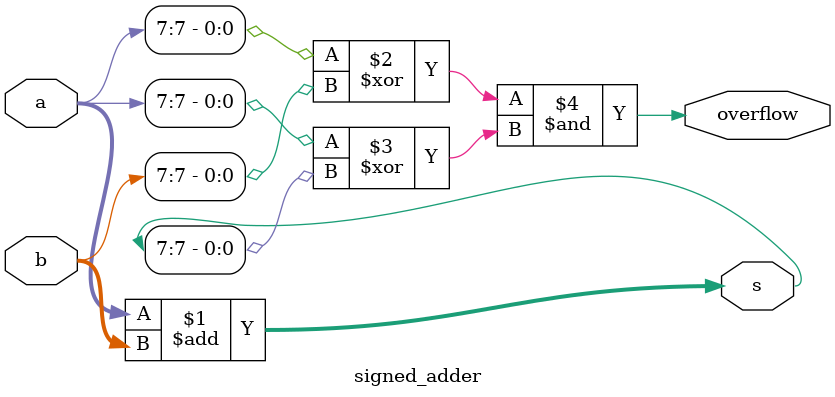
<source format=v>

module signed_adder(input [7:0] a,
    input [7:0] b,
    output [7:0] s,
    output overflow
); 

// The numbers a and b are added to the output s. 
// assign the occurence of the signed overflow of a and b to the output overflow.
// a signed overflow occurs if the most significant bits of a and b are low and the most significant bit of s is high
// a signed overflow may also occur if the most significant bits of a and b are high and the most significant bit of s is low



assign s = a + b;
assign overflow = (a[7]^b[7]) & (a[7]^s[7]);
// if a or b has a signed overflow, then s has a signed overflow


endmodule

</source>
